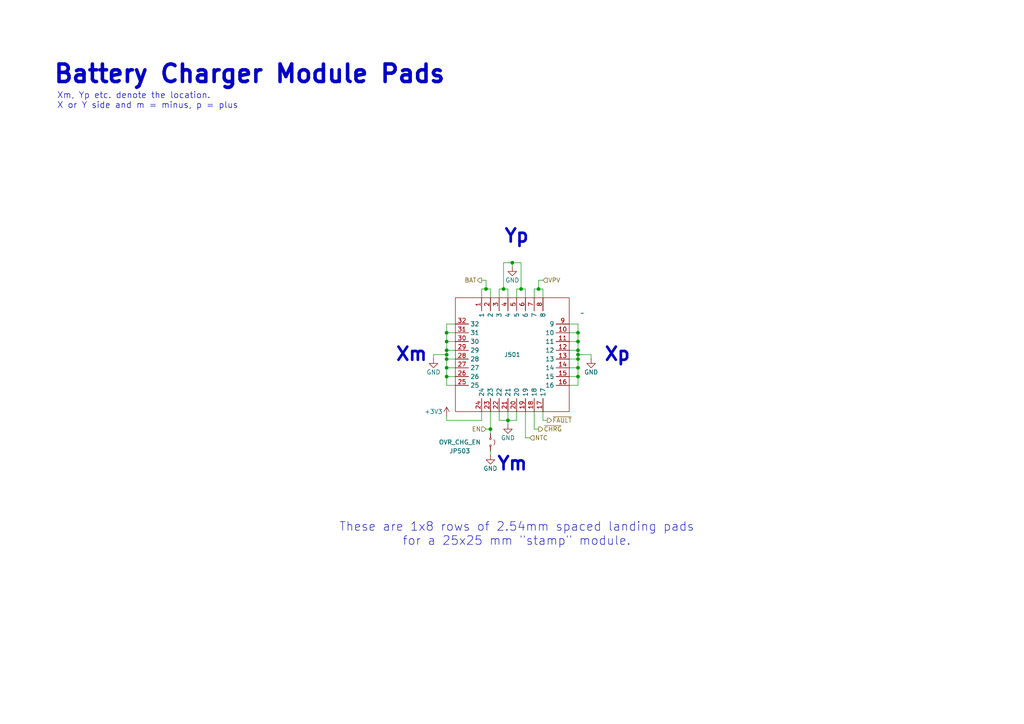
<source format=kicad_sch>
(kicad_sch (version 20231120) (generator "eeschema") (generator_version "8.0")
  (paper "A4")
  (title_block (title "bac EPS Main Board Minimal v1") (date "2025-02-25") (rev "1") (company "Build a CubeSat") (comment 1 "Manuel Imboden") (comment 2 "CC BY-SA 4.0") (comment 3 "https://buildacubesat.space"))
  (lib_symbols
    (symbol "Jumper:Jumper_2_Small_Open" (pin_numbers hide) (pin_names (offset 0) hide) (exclude_from_sim yes)
      (property "Reference" "JP" (at 0 2.794 0))
      (property "Value" "Jumper_2_Small_Open" (at 0 -2.286 0))
      (symbol "Jumper_2_Small_Open_0_0"
        (circle (center -1.016 0) (radius 0.254))
        (circle (center 1.016 0) (radius 0.254))
      )
      (symbol "Jumper_2_Small_Open_0_1"
        (arc (start 0.762 1.0196) (mid 0 1.2729) (end -0.762 1.0196))
      )
      (symbol "Jumper_2_Small_Open_1_1"
        (pin passive line (at -2.54 0 0) (length 1.27) (name "A") (number "1"))
        (pin passive line (at 2.54 0 180) (length 1.27) (name "B") (number "2"))
      )
    )
    (symbol "bac EPS v1:bac EPS v1 Module"
      (property "Reference" "J" (at -0.254 0 0))
      (symbol "bac EPS v1 Module_0_1"
        (rectangle (start -16.51 16.51) (end 16.51 -16.51))
      )
      (symbol "bac EPS v1 Module_1_1"
        (pin passive line (at -8.89 16.51 270) (length 3.81) (name "1") (number "1"))
        (pin passive line (at 16.51 6.35 180) (length 3.81) (name "10") (number "10"))
        (pin passive line (at 16.51 3.81 180) (length 3.81) (name "11") (number "11"))
        (pin passive line (at 16.51 1.27 180) (length 3.81) (name "12") (number "12"))
        (pin passive line (at 16.51 -1.27 180) (length 3.81) (name "13") (number "13"))
        (pin passive line (at 16.51 -3.81 180) (length 3.81) (name "14") (number "14"))
        (pin passive line (at 16.51 -6.35 180) (length 3.81) (name "15") (number "15"))
        (pin passive line (at 16.51 -8.89 180) (length 3.81) (name "16") (number "16"))
        (pin passive line (at 8.89 -16.51 90) (length 3.81) (name "17") (number "17"))
        (pin passive line (at 6.35 -16.51 90) (length 3.81) (name "18") (number "18"))
        (pin passive line (at 3.81 -16.51 90) (length 3.81) (name "19") (number "19"))
        (pin passive line (at -6.35 16.51 270) (length 3.81) (name "2") (number "2"))
        (pin passive line (at 1.27 -16.51 90) (length 3.81) (name "20") (number "20"))
        (pin passive line (at -1.27 -16.51 90) (length 3.81) (name "21") (number "21"))
        (pin passive line (at -3.81 -16.51 90) (length 3.81) (name "22") (number "22"))
        (pin passive line (at -6.35 -16.51 90) (length 3.81) (name "23") (number "23"))
        (pin passive line (at -8.89 -16.51 90) (length 3.81) (name "24") (number "24"))
        (pin passive line (at -16.51 -8.89 0) (length 3.81) (name "25") (number "25"))
        (pin passive line (at -16.51 -6.35 0) (length 3.81) (name "26") (number "26"))
        (pin passive line (at -16.51 -3.81 0) (length 3.81) (name "27") (number "27"))
        (pin passive line (at -16.51 -1.27 0) (length 3.81) (name "28") (number "28"))
        (pin passive line (at -16.51 1.27 0) (length 3.81) (name "29") (number "29"))
        (pin passive line (at -3.81 16.51 270) (length 3.81) (name "3") (number "3"))
        (pin passive line (at -16.51 3.81 0) (length 3.81) (name "30") (number "30"))
        (pin passive line (at -16.51 6.35 0) (length 3.81) (name "31") (number "31"))
        (pin passive line (at -16.51 8.89 0) (length 3.81) (name "32") (number "32"))
        (pin passive line (at -1.27 16.51 270) (length 3.81) (name "4") (number "4"))
        (pin passive line (at 1.27 16.51 270) (length 3.81) (name "5") (number "5"))
        (pin passive line (at 3.81 16.51 270) (length 3.81) (name "6") (number "6"))
        (pin passive line (at 6.35 16.51 270) (length 3.81) (name "7") (number "7"))
        (pin passive line (at 8.89 16.51 270) (length 3.81) (name "8") (number "8"))
        (pin passive line (at 16.51 8.89 180) (length 3.81) (name "9") (number "9"))
      )
    )
    (symbol "power:+3V3" (power) (pin_numbers hide) (pin_names (offset 0) hide)
      (property "Value" "+3V3" (at 0 3.556 0))
      (symbol "+3V3_0_1"
        (polyline (pts (xy -0.762 1.27) (xy 0 2.54)))
        (polyline (pts (xy 0 0) (xy 0 2.54)))
        (polyline (pts (xy 0 2.54) (xy 0.762 1.27)))
      )
      (symbol "+3V3_1_1"
        (pin power_in line (at 0 0 90) (length 0) (name "~") (number "1"))
      )
    )
    (symbol "power:GND" (power) (pin_numbers hide) (pin_names (offset 0) hide)
      (property "Value" "GND" (at 0 -3.81 0))
      (symbol "GND_0_1"
        (polyline (pts (xy 0 0) (xy 0 -1.27) (xy 1.27 -1.27) (xy 0 -2.54) (xy -1.27 -1.27) (xy 0 -1.27)))
      )
      (symbol "GND_1_1"
        (pin power_in line (at 0 0 270) (length 0) (name "~") (number "1"))
      )
    )
  )
  (junction (at 129.54 101.6))
  (junction (at 129.54 104.14))
  (junction (at 167.64 102.87))
  (junction (at 167.64 106.68))
  (junction (at 156.21 83.82))
  (junction (at 129.54 96.52))
  (junction (at 129.54 99.06))
  (junction (at 147.32 121.92))
  (junction (at 142.24 124.46))
  (junction (at 167.64 109.22))
  (junction (at 167.64 101.6))
  (junction (at 167.64 99.06))
  (junction (at 151.13 83.82))
  (junction (at 167.64 96.52))
  (junction (at 167.64 104.14))
  (junction (at 148.59 76.2))
  (junction (at 129.54 106.68))
  (junction (at 129.54 102.87))
  (junction (at 146.05 83.82))
  (junction (at 140.97 83.82))
  (junction (at 129.54 109.22))
  (wire (pts (xy 165.1 109.22) (xy 167.64 109.22)))
  (wire (pts (xy 129.54 104.14) (xy 129.54 106.68)))
  (wire (pts (xy 156.21 83.82) (xy 157.48 83.82)))
  (wire (pts (xy 129.54 96.52) (xy 132.08 96.52)))
  (wire (pts (xy 147.32 121.92) (xy 149.86 121.92)))
  (wire (pts (xy 167.64 104.14) (xy 167.64 106.68)))
  (wire (pts (xy 129.54 102.87) (xy 125.73 102.87)))
  (wire (pts (xy 148.59 76.2) (xy 148.59 77.47)))
  (wire (pts (xy 165.1 106.68) (xy 167.64 106.68)))
  (wire (pts (xy 154.94 83.82) (xy 156.21 83.82)))
  (wire (pts (xy 167.64 102.87) (xy 167.64 104.14)))
  (wire (pts (xy 154.94 119.38) (xy 154.94 124.46)))
  (wire (pts (xy 157.48 119.38) (xy 157.48 121.92)))
  (wire (pts (xy 147.32 83.82) (xy 147.32 86.36)))
  (wire (pts (xy 157.48 83.82) (xy 157.48 86.36)))
  (wire (pts (xy 140.97 124.46) (xy 142.24 124.46)))
  (wire (pts (xy 144.78 83.82) (xy 146.05 83.82)))
  (wire (pts (xy 142.24 130.81) (xy 142.24 132.08)))
  (wire (pts (xy 152.4 127) (xy 153.67 127)))
  (wire (pts (xy 149.86 119.38) (xy 149.86 121.92)))
  (wire (pts (xy 129.54 109.22) (xy 129.54 111.76)))
  (wire (pts (xy 129.54 99.06) (xy 129.54 101.6)))
  (wire (pts (xy 129.54 121.92) (xy 129.54 120.65)))
  (wire (pts (xy 152.4 119.38) (xy 152.4 127)))
  (wire (pts (xy 158.75 121.92) (xy 157.48 121.92)))
  (wire (pts (xy 148.59 76.2) (xy 151.13 76.2)))
  (wire (pts (xy 129.54 96.52) (xy 129.54 99.06)))
  (wire (pts (xy 167.64 102.87) (xy 171.45 102.87)))
  (wire (pts (xy 139.7 119.38) (xy 139.7 121.92)))
  (wire (pts (xy 139.7 83.82) (xy 140.97 83.82)))
  (wire (pts (xy 156.21 81.28) (xy 156.21 83.82)))
  (wire (pts (xy 139.7 81.28) (xy 140.97 81.28)))
  (wire (pts (xy 129.54 104.14) (xy 132.08 104.14)))
  (wire (pts (xy 129.54 93.98) (xy 129.54 96.52)))
  (wire (pts (xy 167.64 106.68) (xy 167.64 109.22)))
  (wire (pts (xy 129.54 101.6) (xy 132.08 101.6)))
  (wire (pts (xy 165.1 104.14) (xy 167.64 104.14)))
  (wire (pts (xy 171.45 102.87) (xy 171.45 104.14)))
  (wire (pts (xy 129.54 99.06) (xy 132.08 99.06)))
  (wire (pts (xy 129.54 102.87) (xy 129.54 104.14)))
  (wire (pts (xy 167.64 93.98) (xy 167.64 96.52)))
  (wire (pts (xy 154.94 83.82) (xy 154.94 86.36)))
  (wire (pts (xy 140.97 81.28) (xy 140.97 83.82)))
  (wire (pts (xy 165.1 96.52) (xy 167.64 96.52)))
  (wire (pts (xy 165.1 99.06) (xy 167.64 99.06)))
  (wire (pts (xy 129.54 106.68) (xy 132.08 106.68)))
  (wire (pts (xy 147.32 119.38) (xy 147.32 121.92)))
  (wire (pts (xy 147.32 121.92) (xy 144.78 121.92)))
  (wire (pts (xy 142.24 124.46) (xy 142.24 125.73)))
  (wire (pts (xy 129.54 101.6) (xy 129.54 102.87)))
  (wire (pts (xy 125.73 102.87) (xy 125.73 104.14)))
  (wire (pts (xy 151.13 83.82) (xy 152.4 83.82)))
  (wire (pts (xy 165.1 111.76) (xy 167.64 111.76)))
  (wire (pts (xy 140.97 83.82) (xy 142.24 83.82)))
  (wire (pts (xy 165.1 101.6) (xy 167.64 101.6)))
  (wire (pts (xy 142.24 124.46) (xy 142.24 119.38)))
  (wire (pts (xy 129.54 111.76) (xy 132.08 111.76)))
  (wire (pts (xy 144.78 119.38) (xy 144.78 121.92)))
  (wire (pts (xy 129.54 93.98) (xy 132.08 93.98)))
  (wire (pts (xy 151.13 76.2) (xy 151.13 83.82)))
  (wire (pts (xy 167.64 101.6) (xy 167.64 102.87)))
  (wire (pts (xy 167.64 99.06) (xy 167.64 101.6)))
  (wire (pts (xy 154.94 124.46) (xy 156.21 124.46)))
  (wire (pts (xy 167.64 96.52) (xy 167.64 99.06)))
  (wire (pts (xy 147.32 121.92) (xy 147.32 123.19)))
  (wire (pts (xy 152.4 83.82) (xy 152.4 86.36)))
  (wire (pts (xy 167.64 93.98) (xy 165.1 93.98)))
  (wire (pts (xy 142.24 83.82) (xy 142.24 86.36)))
  (wire (pts (xy 167.64 109.22) (xy 167.64 111.76)))
  (wire (pts (xy 129.54 109.22) (xy 132.08 109.22)))
  (wire (pts (xy 149.86 83.82) (xy 149.86 86.36)))
  (wire (pts (xy 139.7 83.82) (xy 139.7 86.36)))
  (wire (pts (xy 129.54 106.68) (xy 129.54 109.22)))
  (wire (pts (xy 144.78 83.82) (xy 144.78 86.36)))
  (wire (pts (xy 156.21 81.28) (xy 157.48 81.28)))
  (wire (pts (xy 146.05 76.2) (xy 146.05 83.82)))
  (wire (pts (xy 146.05 76.2) (xy 148.59 76.2)))
  (wire (pts (xy 149.86 83.82) (xy 151.13 83.82)))
  (wire (pts (xy 129.54 121.92) (xy 139.7 121.92)))
  (wire (pts (xy 146.05 83.82) (xy 147.32 83.82)))
  (text "Ym" (at 148.59 134.62 0) (effects (font (size 3.81 3.81) (thickness 0.762) (bold yes))))
  (text "Xm" (at 119.38 102.87 0) (effects (font (size 3.81 3.81) (thickness 0.762) (bold yes))))
  (text "Xp" (at 179.07 102.87 0) (effects (font (size 3.81 3.81) (thickness 0.762) (bold yes))))
  (text "Battery Charger Module Pads" (at 15.24 21.59 0) (effects (font (size 5.08 5.08) (thickness 1.016) (bold yes)) (justify left)))
  (text "Yp" (at 149.86 68.58 0) (effects (font (size 3.81 3.81) (thickness 0.762) (bold yes))))
  (text "These are 1x8 rows of 2.54mm spaced landing pads\nfor a 25x25 mm \"stamp\" module." (at 149.86 154.94 0) (effects (font (size 2.54 2.54))))
  (text "Xm, Yp etc. denote the location.\nX or Y side and m = minus, p = plus" (at 16.51 29.21 0) (effects (font (size 1.778 1.778)) (justify left)))
  (hierarchical_label "NTC" (shape input) (at 153.67 127 0))
  (hierarchical_label "BAT" (shape output) (at 139.7 81.28 180))
  (hierarchical_label "~{CHRG}" (shape output) (at 156.21 124.46 0))
  (hierarchical_label "~{FAULT}" (shape output) (at 158.75 121.92 0))
  (hierarchical_label "VPV" (shape input) (at 157.48 81.28 0))
  (hierarchical_label "EN" (shape input) (at 140.97 124.46 180))
  (symbol (lib_id "power:+3V3") (at 129.54 120.65 0) (unit 1)
    (property "Reference" "#PWR0503" (effects (hide yes)))
    (property "Value" "+3V3" (at 125.73 119.38 0))
    (property "Description" "Power symbol creates a global label with name \"+3V3\"" (effects (hide yes)))
    (instances (project "" (path "" (reference "#PWR0503") (unit 1)) (path "" (reference "#PWR0403") (unit 1))))
  )
  (symbol (lib_id "power:GND") (at 171.45 104.14 0) (mirror y) (unit 1) (in_bom no) (on_board no)
    (property "Reference" "#PWR0506" (effects (hide yes)))
    (property "Value" "GND" (at 171.45 107.95 0))
    (property "Description" "Power symbol creates a global label with name \"GND\" , ground" (effects (hide yes)))
    (instances (project "bac-eps-v1" (path "" (reference "#PWR0506") (unit 1)) (path "" (reference "#PWR0406") (unit 1))))
  )
  (symbol (lib_id "power:GND") (at 125.73 104.14 0) (unit 1) (in_bom no) (on_board no)
    (property "Reference" "#PWR0501" (effects (hide yes)))
    (property "Value" "GND" (at 125.73 107.95 0))
    (property "Description" "Power symbol creates a global label with name \"GND\" , ground" (effects (hide yes)))
    (instances (project "bac-eps-v1" (path "" (reference "#PWR0501") (unit 1)) (path "" (reference "#PWR0401") (unit 1))))
  )
  (symbol (lib_id "power:GND") (at 147.32 123.19 0) (unit 1) (in_bom no) (on_board no)
    (property "Reference" "#PWR0504" (effects (hide yes)))
    (property "Value" "GND" (at 147.32 127 0))
    (property "Description" "Power symbol creates a global label with name \"GND\" , ground" (effects (hide yes)))
    (instances (project "bac-eps-v1" (path "" (reference "#PWR0504") (unit 1)) (path "" (reference "#PWR0404") (unit 1))))
  )
  (symbol (lib_id "power:GND") (at 148.59 77.47 0) (unit 1) (in_bom no) (on_board no)
    (property "Reference" "#PWR0505" (effects (hide yes)))
    (property "Value" "GND" (at 148.59 81.28 0))
    (property "Description" "Power symbol creates a global label with name \"GND\" , ground" (effects (hide yes)))
    (instances (project "bac-eps-v1" (path "" (reference "#PWR0505") (unit 1)) (path "" (reference "#PWR0405") (unit 1))))
  )
  (symbol (lib_id "power:GND") (at 142.24 132.08 0) (unit 1) (in_bom no) (on_board no)
    (property "Reference" "#PWR0507" (effects (hide yes)))
    (property "Value" "GND" (at 142.24 135.89 0))
    (property "Description" "Power symbol creates a global label with name \"GND\" , ground" (effects (hide yes)))
    (instances (project "bac-eps-main-board-minimal-v1" (path "" (reference "#PWR0507") (unit 1)) (path "" (reference "#PWR0407") (unit 1))))
  )
  (symbol (lib_id "bac EPS v1:bac EPS v1 Module") (at 148.59 102.87 0) (unit 1)
    (property "Reference" "J501" (at 148.59 102.87 0))
    (property "Value" "~" (at 168.91 90.8365 0))
    (property "Footprint" "bac EPS v1:bac-eps-v1-module-landing-pad" (effects (hide yes)))
    (property "Description" "Landing Pad array for a 25 x 25 mm sized solder-on module" (effects (hide yes)))
    (instances (project "" (path "" (reference "J501") (unit 1)) (path "" (reference "J401") (unit 1))))
  )
  (symbol (lib_id "Jumper:Jumper_2_Small_Open") (at 142.24 128.27 270) (mirror x) (unit 1) (exclude_from_sim yes)
    (property "Reference" "JP503" (at 133.35 130.81 90))
    (property "Value" "OVR_CHG_EN" (at 133.35 128.27 90))
    (property "Footprint" "bac EPS v1:bac-CombinedJumper-2_P2.54mm_Open_THT" (effects (hide yes)))
    (property "Description" "Jumper, 2-pole, small symbol, open" (effects (hide yes)))
    (instances (project "bac-eps-main-board-minimal-v1" (path "" (reference "JP503") (unit 1)) (path "" (reference "JP403") (unit 1))))
  )
)
</source>
